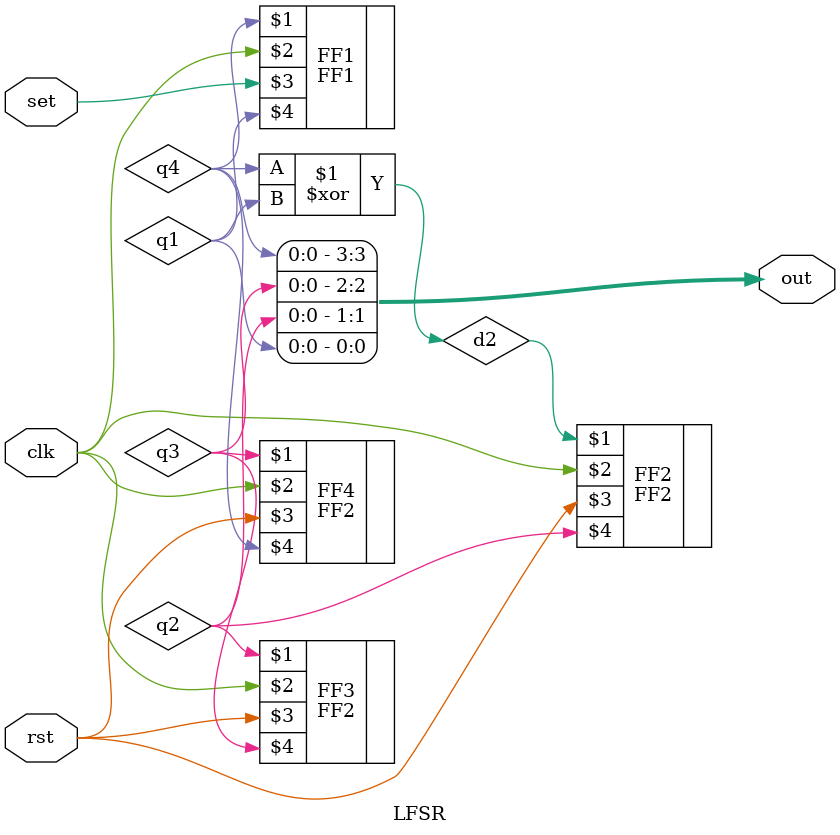
<source format=v>
module LFSR(clk,rst,set,out);
 input clk,rst,set;
 output [3:0] out;
 wire q1,q2,q3,q4,d2;
 FF1   FF1(q4,clk,set,q1);
 FF2   FF2(d2,clk,rst,q2);
 FF2   FF3(q2,clk,rst,q3);
 FF2   FF4(q3,clk,rst,q4);
assign d2 =q4^q1 ;
assign out ={q4,q3,q2,q1};
endmodule
</source>
